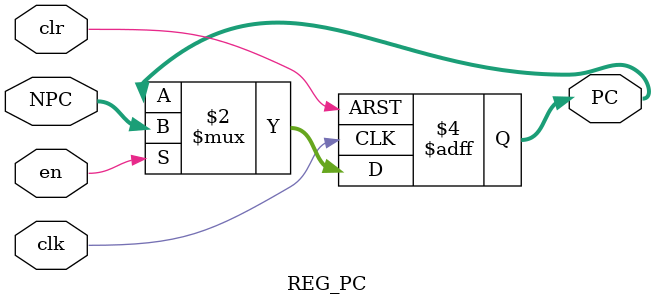
<source format=v>
`timescale 1ns / 1ps

module REG_PC(NPC,PC, en,clr,clk);
    input [31:0] NPC;
    input en, clr, clk;
    output reg [31:0] PC;
    
    always@(posedge clk or posedge clr) begin
        if(clr) PC<=32'h00000000;
        else if(en) PC<=NPC;
        end
        
endmodule

</source>
